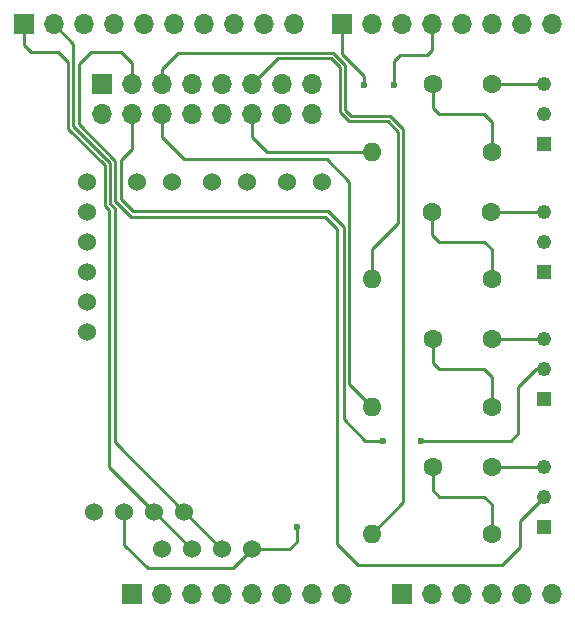
<source format=gbr>
%TF.GenerationSoftware,KiCad,Pcbnew,(7.0.0)*%
%TF.CreationDate,2023-09-07T10:01:15-05:00*%
%TF.ProjectId,AcousticSensor,41636f75-7374-4696-9353-656e736f722e,rev?*%
%TF.SameCoordinates,Original*%
%TF.FileFunction,Copper,L1,Top*%
%TF.FilePolarity,Positive*%
%FSLAX46Y46*%
G04 Gerber Fmt 4.6, Leading zero omitted, Abs format (unit mm)*
G04 Created by KiCad (PCBNEW (7.0.0)) date 2023-09-07 10:01:15*
%MOMM*%
%LPD*%
G01*
G04 APERTURE LIST*
%TA.AperFunction,ComponentPad*%
%ADD10R,1.700000X1.700000*%
%TD*%
%TA.AperFunction,ComponentPad*%
%ADD11O,1.700000X1.700000*%
%TD*%
%TA.AperFunction,ComponentPad*%
%ADD12C,1.524000*%
%TD*%
%TA.AperFunction,ComponentPad*%
%ADD13R,1.218000X1.218000*%
%TD*%
%TA.AperFunction,ComponentPad*%
%ADD14C,1.218000*%
%TD*%
%TA.AperFunction,ComponentPad*%
%ADD15C,1.600000*%
%TD*%
%TA.AperFunction,ComponentPad*%
%ADD16O,1.600000X1.600000*%
%TD*%
%TA.AperFunction,ViaPad*%
%ADD17C,0.600000*%
%TD*%
%TA.AperFunction,Conductor*%
%ADD18C,0.250000*%
%TD*%
G04 APERTURE END LIST*
D10*
%TO.P,JP3,1,Pin_1*%
%TO.N,unconnected-(JP3-Pin_1-Pad1)*%
X127939999Y-97459999D03*
D11*
%TO.P,JP3,2,Pin_2*%
%TO.N,/IOREF*%
X130479999Y-97459999D03*
%TO.P,JP3,3,Pin_3*%
%TO.N,/RST*%
X133019999Y-97459999D03*
%TO.P,JP3,4,Pin_4*%
%TO.N,+3V3*%
X135559999Y-97459999D03*
%TO.P,JP3,5,Pin_5*%
%TO.N,+5V*%
X138099999Y-97459999D03*
%TO.P,JP3,6,Pin_6*%
%TO.N,GND*%
X140639999Y-97459999D03*
%TO.P,JP3,7,Pin_7*%
X143179999Y-97459999D03*
%TO.P,JP3,8,Pin_8*%
%TO.N,VCC*%
X145719999Y-97459999D03*
%TD*%
D10*
%TO.P,JP4,1,Pin_1*%
%TO.N,/A0*%
X150799999Y-97459999D03*
D11*
%TO.P,JP4,2,Pin_2*%
%TO.N,/A1*%
X153339999Y-97459999D03*
%TO.P,JP4,3,Pin_3*%
%TO.N,/A2*%
X155879999Y-97459999D03*
%TO.P,JP4,4,Pin_4*%
%TO.N,/A3*%
X158419999Y-97459999D03*
%TO.P,JP4,5,Pin_5*%
%TO.N,/A4*%
X160959999Y-97459999D03*
%TO.P,JP4,6,Pin_6*%
%TO.N,/A5*%
X163499999Y-97459999D03*
%TD*%
%TO.P,JP2,10,Pin_10*%
%TO.N,Record*%
X141655999Y-49199999D03*
%TO.P,JP2,9,Pin_9*%
%TO.N,/\u002AD9*%
X139115999Y-49199999D03*
%TO.P,JP2,8,Pin_8*%
%TO.N,/SPI_CS{slash}D10*%
X136575999Y-49199999D03*
%TO.P,JP2,7,Pin_7*%
%TO.N,/SPI_MOSI{slash}D11*%
X134035999Y-49199999D03*
%TO.P,JP2,6,Pin_6*%
%TO.N,/SPI_MISO{slash}D12*%
X131495999Y-49199999D03*
%TO.P,JP2,5,Pin_5*%
%TO.N,/SPI_SCK{slash}D13*%
X128955999Y-49199999D03*
%TO.P,JP2,4,Pin_4*%
%TO.N,GND*%
X126415999Y-49199999D03*
%TO.P,JP2,3,Pin_3*%
%TO.N,/AREF*%
X123875999Y-49199999D03*
%TO.P,JP2,2,Pin_2*%
%TO.N,SDA*%
X121335999Y-49199999D03*
D10*
%TO.P,JP2,1,Pin_1*%
%TO.N,SCL*%
X118795999Y-49199999D03*
%TD*%
%TO.P,JP13,1,Pin_1*%
%TO.N,Gain*%
X145719999Y-49199999D03*
D11*
%TO.P,JP13,2,Pin_2*%
%TO.N,/\u002AD6*%
X148259999Y-49199999D03*
%TO.P,JP13,3,Pin_3*%
%TO.N,/\u002AD5*%
X150799999Y-49199999D03*
%TO.P,JP13,4,Pin_4*%
%TO.N,Aux*%
X153339999Y-49199999D03*
%TO.P,JP13,5,Pin_5*%
%TO.N,/\u002AD3*%
X155879999Y-49199999D03*
%TO.P,JP13,6,Pin_6*%
%TO.N,/D2*%
X158419999Y-49199999D03*
%TO.P,JP13,7,Pin_7*%
%TO.N,/TX{slash}D1*%
X160959999Y-49199999D03*
%TO.P,JP13,8,Pin_8*%
%TO.N,/RX{slash}D0*%
X163499999Y-49199999D03*
%TD*%
D12*
%TO.P,REF\u002A\u002A,1*%
%TO.N,Net-(M1-1)*%
X124130000Y-62535000D03*
%TO.P,REF\u002A\u002A,2*%
%TO.N,Net-(M2-1)*%
X124130000Y-65075000D03*
%TO.P,REF\u002A\u002A,3*%
%TO.N,Net-(M3-1)*%
X124130000Y-67615000D03*
%TO.P,REF\u002A\u002A,4*%
%TO.N,Net-(M4-1)*%
X124130000Y-70155000D03*
%TO.P,REF\u002A\u002A,5*%
%TO.N,GNDA*%
X124130000Y-72695000D03*
%TO.P,REF\u002A\u002A,6*%
X124130000Y-75235000D03*
%TD*%
%TO.P,U2,1,Vin*%
%TO.N,+3V3*%
X130480000Y-93650000D03*
%TO.P,U2,2,SCL*%
%TO.N,SCL*%
X133020000Y-93650000D03*
%TO.P,U2,3,SDA*%
%TO.N,SDA*%
X135560000Y-93650000D03*
%TO.P,U2,4,GND*%
%TO.N,GND*%
X138100000Y-93650000D03*
%TD*%
%TO.P,U1,1,Vin*%
%TO.N,+3V3*%
X124765000Y-90475000D03*
%TO.P,U1,2,GND*%
%TO.N,GND*%
X127305000Y-90475000D03*
%TO.P,U1,3,SCL*%
%TO.N,SCL*%
X129845000Y-90475000D03*
%TO.P,U1,4,SDA*%
%TO.N,SDA*%
X132385000Y-90475000D03*
%TD*%
D13*
%TO.P,VR4,1*%
%TO.N,GND*%
X162864999Y-91744999D03*
D14*
%TO.P,VR4,2*%
%TO.N,Mic D*%
X162865000Y-89205000D03*
%TO.P,VR4,3*%
%TO.N,Net-(C4-Pad2)*%
X162865000Y-86665000D03*
%TD*%
D13*
%TO.P,VR3,1*%
%TO.N,GND*%
X162864999Y-80949999D03*
D14*
%TO.P,VR3,2*%
%TO.N,Mic C*%
X162865000Y-78410000D03*
%TO.P,VR3,3*%
%TO.N,Net-(C3-Pad2)*%
X162865000Y-75870000D03*
%TD*%
D13*
%TO.P,VR2,1*%
%TO.N,GND*%
X162864999Y-70154999D03*
D14*
%TO.P,VR2,2*%
%TO.N,Mic B*%
X162865000Y-67615000D03*
%TO.P,VR2,3*%
%TO.N,Net-(C2-Pad2)*%
X162865000Y-65075000D03*
%TD*%
D13*
%TO.P,VR1,1*%
%TO.N,GND*%
X162864999Y-59359999D03*
D14*
%TO.P,VR1,2*%
%TO.N,Mic A*%
X162865000Y-56820000D03*
%TO.P,VR1,3*%
%TO.N,Net-(C1-Pad1)*%
X162865000Y-54280000D03*
%TD*%
D12*
%TO.P,SW1,1,1*%
%TO.N,Aux*%
X141045000Y-62535000D03*
%TO.P,SW1,2,2*%
%TO.N,GND*%
X144045000Y-62535000D03*
%TD*%
D15*
%TO.P,R4,1*%
%TO.N,Net-(M4-1)*%
X158420000Y-92380000D03*
D16*
%TO.P,R4,2*%
%TO.N,Bias D*%
X148259999Y-92379999D03*
%TD*%
D15*
%TO.P,R3,1*%
%TO.N,Net-(M3-1)*%
X158420000Y-81585000D03*
D16*
%TO.P,R3,2*%
%TO.N,Bias C*%
X148259999Y-81584999D03*
%TD*%
%TO.P,R2,2*%
%TO.N,Bias B*%
X148259999Y-70789999D03*
D15*
%TO.P,R2,1*%
%TO.N,Net-(M2-1)*%
X158420000Y-70790000D03*
%TD*%
D16*
%TO.P,R1,2*%
%TO.N,Bias A*%
X148259999Y-59994999D03*
D15*
%TO.P,R1,1*%
%TO.N,Net-(M1-1)*%
X158420000Y-59995000D03*
%TD*%
D11*
%TO.P,JP10,16,Pin_16*%
%TO.N,/DMIC_CLK*%
X143179999Y-56819999D03*
%TO.P,JP10,15,Pin_15*%
%TO.N,unconnected-(JP10-Pin_15-Pad15)*%
X143179999Y-54279999D03*
%TO.P,JP10,14,Pin_14*%
%TO.N,GNDA*%
X140639999Y-56819999D03*
%TO.P,JP10,13,Pin_13*%
X140639999Y-54279999D03*
%TO.P,JP10,12,Pin_12*%
%TO.N,Bias A*%
X138099999Y-56819999D03*
%TO.P,JP10,11,Pin_11*%
%TO.N,Bias B*%
X138099999Y-54279999D03*
%TO.P,JP10,10,Pin_10*%
%TO.N,Mic A*%
X135559999Y-56819999D03*
%TO.P,JP10,9,Pin_9*%
%TO.N,Mic B*%
X135559999Y-54279999D03*
%TO.P,JP10,8,Pin_8*%
%TO.N,GNDA*%
X133019999Y-56819999D03*
%TO.P,JP10,7,Pin_7*%
X133019999Y-54279999D03*
%TO.P,JP10,6,Pin_6*%
%TO.N,Bias C*%
X130479999Y-56819999D03*
%TO.P,JP10,5,Pin_5*%
%TO.N,Bias D*%
X130479999Y-54279999D03*
%TO.P,JP10,4,Pin_4*%
%TO.N,Mic C*%
X127939999Y-56819999D03*
%TO.P,JP10,3,Pin_3*%
%TO.N,Mic D*%
X127939999Y-54279999D03*
%TO.P,JP10,2,Pin_2*%
%TO.N,/UART_SEL*%
X125399999Y-56819999D03*
D10*
%TO.P,JP10,1,Pin_1*%
%TO.N,GND*%
X125399999Y-54279999D03*
%TD*%
D15*
%TO.P,C4,1*%
%TO.N,Net-(M4-1)*%
X153420000Y-86665000D03*
%TO.P,C4,2*%
%TO.N,Net-(C4-Pad2)*%
X158420000Y-86665000D03*
%TD*%
%TO.P,C3,1*%
%TO.N,Net-(M3-1)*%
X153420000Y-75870000D03*
%TO.P,C3,2*%
%TO.N,Net-(C3-Pad2)*%
X158420000Y-75870000D03*
%TD*%
%TO.P,C2,2*%
%TO.N,Net-(C2-Pad2)*%
X158380000Y-65075000D03*
%TO.P,C2,1*%
%TO.N,Net-(M2-1)*%
X153380000Y-65075000D03*
%TD*%
%TO.P,C1,1*%
%TO.N,Net-(C1-Pad1)*%
X158420000Y-54280000D03*
%TO.P,C1,2*%
%TO.N,Net-(M1-1)*%
X153420000Y-54280000D03*
%TD*%
D12*
%TO.P,B2,2,2*%
%TO.N,GND*%
X137695000Y-62535000D03*
%TO.P,B2,1,1*%
%TO.N,Gain*%
X134695000Y-62535000D03*
%TD*%
%TO.P,B1,1,1*%
%TO.N,Record*%
X128345000Y-62535000D03*
%TO.P,B1,2,2*%
%TO.N,GND*%
X131345000Y-62535000D03*
%TD*%
D17*
%TO.N,Aux*%
X150114000Y-54356000D03*
%TO.N,Gain*%
X147574000Y-54356000D03*
%TO.N,Mic C*%
X149225000Y-84455000D03*
X152400000Y-84455000D03*
%TO.N,GND*%
X141910000Y-91745000D03*
%TD*%
D18*
%TO.N,GND*%
X136500000Y-95250000D02*
X138100000Y-93650000D01*
X127305000Y-93269000D02*
X129286000Y-95250000D01*
X129286000Y-95250000D02*
X136500000Y-95250000D01*
X127305000Y-90475000D02*
X127305000Y-93269000D01*
%TO.N,SDA*%
X122994000Y-57844396D02*
X122994000Y-50858000D01*
X126100000Y-60950396D02*
X122994000Y-57844396D01*
X126100000Y-64380792D02*
X126100000Y-60950396D01*
X126492000Y-64772792D02*
X126100000Y-64380792D01*
X126492000Y-84582000D02*
X126492000Y-64772792D01*
X122994000Y-50858000D02*
X121336000Y-49200000D01*
X132385000Y-90475000D02*
X126492000Y-84582000D01*
%TO.N,SCL*%
X118796000Y-50978000D02*
X118796000Y-49200000D01*
X119380000Y-51562000D02*
X118796000Y-50978000D01*
X121666000Y-51562000D02*
X119380000Y-51562000D01*
X122544000Y-52440000D02*
X121666000Y-51562000D01*
X122544000Y-58030792D02*
X122544000Y-52440000D01*
X125650000Y-61136792D02*
X122544000Y-58030792D01*
X125650000Y-64567188D02*
X125650000Y-61136792D01*
X126042000Y-64959188D02*
X125650000Y-64567188D01*
X126042000Y-86672000D02*
X126042000Y-64959188D01*
X129845000Y-90475000D02*
X126042000Y-86672000D01*
%TO.N,Mic D*%
X127940000Y-52502000D02*
X127940000Y-54280000D01*
X127000000Y-51562000D02*
X127940000Y-52502000D01*
X124460000Y-51562000D02*
X127000000Y-51562000D01*
X123444000Y-52578000D02*
X124460000Y-51562000D01*
X126550000Y-60764000D02*
X123444000Y-57658000D01*
X126550000Y-64194396D02*
X126550000Y-60764000D01*
X127887604Y-65532000D02*
X126550000Y-64194396D01*
X145288000Y-66548000D02*
X144272000Y-65532000D01*
X145288000Y-93218000D02*
X145288000Y-66548000D01*
X147066000Y-94996000D02*
X145288000Y-93218000D01*
X160782000Y-93472000D02*
X159258000Y-94996000D01*
X144272000Y-65532000D02*
X127887604Y-65532000D01*
X123444000Y-57658000D02*
X123444000Y-52578000D01*
X162865000Y-89205000D02*
X160782000Y-91288000D01*
X160782000Y-91288000D02*
X160782000Y-93472000D01*
X159258000Y-94996000D02*
X147066000Y-94996000D01*
%TO.N,Mic C*%
X127940000Y-59766000D02*
X127940000Y-56820000D01*
X127000000Y-64008000D02*
X127000000Y-60706000D01*
X144526000Y-65024000D02*
X128016000Y-65024000D01*
X145905000Y-66403000D02*
X144526000Y-65024000D01*
X128016000Y-65024000D02*
X127000000Y-64008000D01*
X147701000Y-84455000D02*
X145905000Y-82659000D01*
X145905000Y-82659000D02*
X145905000Y-66403000D01*
X127000000Y-60706000D02*
X127940000Y-59766000D01*
X149225000Y-84455000D02*
X147701000Y-84455000D01*
%TO.N,Aux*%
X150622000Y-51816000D02*
X150114000Y-52324000D01*
X153340000Y-51384000D02*
X152908000Y-51816000D01*
X150114000Y-52324000D02*
X150114000Y-54356000D01*
X153340000Y-49200000D02*
X153340000Y-51384000D01*
X152908000Y-51816000D02*
X150622000Y-51816000D01*
%TO.N,Gain*%
X147574000Y-53591208D02*
X147574000Y-54356000D01*
X145720000Y-49200000D02*
X145720000Y-51737208D01*
X145720000Y-51737208D02*
X147574000Y-53591208D01*
%TO.N,Bias D*%
X130480000Y-53035000D02*
X130480000Y-54280000D01*
X131895000Y-51620000D02*
X130480000Y-53035000D01*
X144966396Y-51620000D02*
X131895000Y-51620000D01*
X145992000Y-56455604D02*
X145992000Y-52645604D01*
X149792396Y-56954000D02*
X146490396Y-56954000D01*
X145992000Y-52645604D02*
X144966396Y-51620000D01*
X150945000Y-58106604D02*
X149792396Y-56954000D01*
X150945000Y-89695000D02*
X150945000Y-58106604D01*
X146490396Y-56954000D02*
X145992000Y-56455604D01*
X148260000Y-92380000D02*
X150945000Y-89695000D01*
%TO.N,Bias B*%
X140310000Y-52070000D02*
X138100000Y-54280000D01*
X144780000Y-52070000D02*
X140310000Y-52070000D01*
X145542000Y-52832000D02*
X144780000Y-52070000D01*
X146304000Y-57404000D02*
X145542000Y-56642000D01*
X150495000Y-58293000D02*
X149606000Y-57404000D01*
X145542000Y-56642000D02*
X145542000Y-52832000D01*
X150495000Y-66040000D02*
X150495000Y-58293000D01*
X149606000Y-57404000D02*
X146304000Y-57404000D01*
X148260000Y-68275000D02*
X150495000Y-66040000D01*
X148260000Y-70790000D02*
X148260000Y-68275000D01*
%TO.N,Mic C*%
X160020000Y-84455000D02*
X152400000Y-84455000D01*
X160655000Y-79883000D02*
X160655000Y-83820000D01*
X162128000Y-78410000D02*
X160655000Y-79883000D01*
X160655000Y-83820000D02*
X160020000Y-84455000D01*
X162865000Y-78410000D02*
X162128000Y-78410000D01*
%TO.N,Bias C*%
X132385000Y-60630000D02*
X130480000Y-58725000D01*
X144450000Y-60630000D02*
X132385000Y-60630000D01*
X146355000Y-62535000D02*
X144450000Y-60630000D01*
X130480000Y-58725000D02*
X130480000Y-56820000D01*
X146355000Y-79680000D02*
X146355000Y-62535000D01*
X148260000Y-81585000D02*
X146355000Y-79680000D01*
%TO.N,Bias A*%
X138100000Y-58725000D02*
X138100000Y-56820000D01*
X139370000Y-59995000D02*
X138100000Y-58725000D01*
X148260000Y-59995000D02*
X139370000Y-59995000D01*
%TO.N,GND*%
X141275000Y-93650000D02*
X141910000Y-93015000D01*
X138100000Y-93650000D02*
X141275000Y-93650000D01*
X141910000Y-93015000D02*
X141910000Y-91745000D01*
%TO.N,SDA*%
X132385000Y-90475000D02*
X135560000Y-93650000D01*
%TO.N,SCL*%
X129845000Y-90475000D02*
X133020000Y-93650000D01*
%TO.N,Net-(M4-1)*%
X153975000Y-89205000D02*
X157785000Y-89205000D01*
X153420000Y-88650000D02*
X153975000Y-89205000D01*
X157785000Y-89205000D02*
X158420000Y-89840000D01*
X158420000Y-89840000D02*
X158420000Y-92380000D01*
X153420000Y-86665000D02*
X153420000Y-88650000D01*
%TO.N,Net-(M3-1)*%
X158420000Y-79045000D02*
X158420000Y-81585000D01*
X153975000Y-78410000D02*
X157785000Y-78410000D01*
X153420000Y-77855000D02*
X153975000Y-78410000D01*
X157785000Y-78410000D02*
X158420000Y-79045000D01*
X153420000Y-75870000D02*
X153420000Y-77855000D01*
%TO.N,Net-(C4-Pad2)*%
X162865000Y-86665000D02*
X158420000Y-86665000D01*
%TO.N,Net-(C3-Pad2)*%
X162865000Y-75870000D02*
X158420000Y-75870000D01*
%TO.N,Net-(M2-1)*%
X157785000Y-67615000D02*
X158420000Y-68250000D01*
X153975000Y-67615000D02*
X157785000Y-67615000D01*
X153380000Y-65075000D02*
X153380000Y-67020000D01*
X153380000Y-67020000D02*
X153975000Y-67615000D01*
X158420000Y-68250000D02*
X158420000Y-70790000D01*
%TO.N,Net-(C2-Pad2)*%
X162865000Y-65075000D02*
X158380000Y-65075000D01*
%TO.N,Net-(M1-1)*%
X158420000Y-57455000D02*
X158420000Y-59995000D01*
X157785000Y-56820000D02*
X158420000Y-57455000D01*
X153420000Y-56265000D02*
X153975000Y-56820000D01*
X153975000Y-56820000D02*
X157785000Y-56820000D01*
X153420000Y-54280000D02*
X153420000Y-56265000D01*
%TO.N,Net-(C1-Pad1)*%
X162865000Y-54280000D02*
X158420000Y-54280000D01*
%TD*%
M02*

</source>
